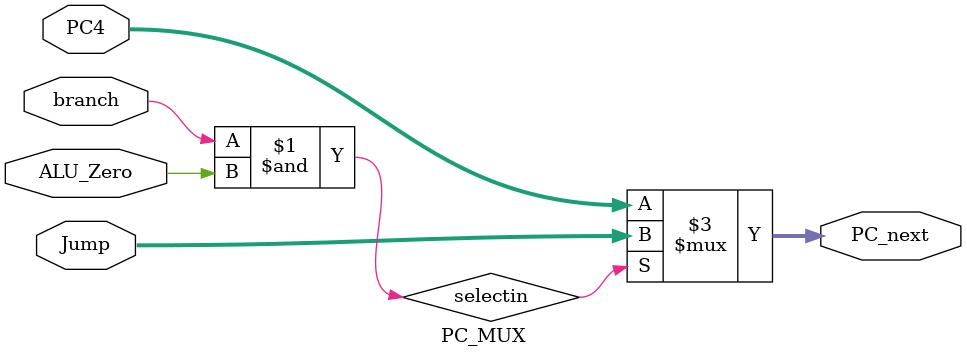
<source format=v>
module PC_MUX (
    output [63:0] PC_next,
    input branch,
    input ALU_Zero,
    input [63:0] Jump,
    input [63:0] PC4
);
    wire selectin;
    assign selectin = (branch) & (ALU_Zero);
    assign PC_next = (selectin == 0) ? PC4 : Jump;

endmodule
</source>
